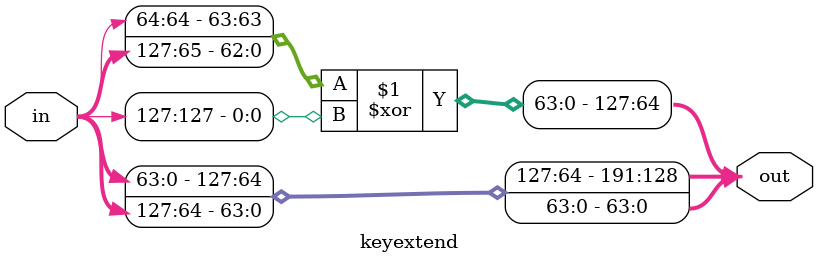
<source format=v>
`timescale 1ns / 1ps

module keyextend(
    input [127:0] in,
    output [191:0] out
    );
    
    assign out[63:0] = in[127:64];
    assign out[127:64] = ({in[64],in[127:65]}) ^ in[127];
    assign out[191:128] =  in[63:0];
endmodule

</source>
